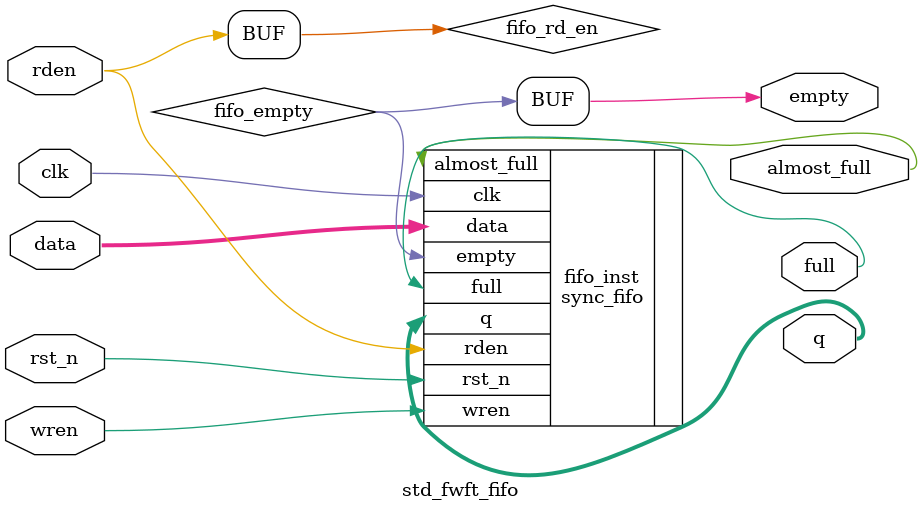
<source format=v>



`timescale 1ns / 1ps
//////////////////////////////////////////////////////////////////////////////////
//                                                                              //
//  Author: myj   myj@alinx.com                                                 //
//          ALINX(shanghai) Technology Co.,Ltd                                  //
//     WEB: http://www.alinx.cn/                                                //
//                                                                              //
//////////////////////////////////////////////////////////////////////////////////
//                                                                              //
// Copyright (c) 2019,ALINX(shanghai) Technology Co.,Ltd                        //
//                    All rights reserved                                       //
//                                                                              //
// This source file may be used and distributed without restriction provided    //
// that this copyright statement is not removed from the file and that any      //
// derivative work contains the original copyright notice and the associated    //
// disclaimer.                                                                  //
//                                                                              //
//////////////////////////////////////////////////////////////////////////////////

//================================================================================
//   Description:  standard and fwft fifo module
//
//================================================================================
//  Revision History:
//  Date          By            Revision    Change Description
//--------------------------------------------------------------------------------
//  2019/8/27     myj          1.0         Original
//********************************************************************************/
module std_fwft_fifo
#(
  parameter WIDTH = 8 ,			//This is width
  parameter DEPTH = 8 ,   		//This is depth
  parameter FIFO_TYPE = "std"   //std or fwft
)
(
  input                  	clk ,
  input                  	rst_n,
  input                  	wren,
  input                  	rden,
  input   [WIDTH-1:0] 		data,
  output  [WIDTH-1:0] 		q,
  output              		full,
  output              		empty,
  output					almost_full
) ;

wire   	fifo_rd_en	;
wire 	fifo_empty 	;
reg 	dout_valid 	;
/* Generate fwft or standard fifo controller */
generate
	if (FIFO_TYPE == "fwft")
	begin : fwft_mode
		assign fifo_rd_en = !fifo_empty && (!dout_valid || rden);
		assign empty = !dout_valid;
		
		always @(posedge clk)
		if (~rst_n)
			dout_valid <= 0;
		else
			begin
				if (fifo_rd_en)
					dout_valid <= 1;
				else if (rden)
					dout_valid <= 0;
			end 
	end
	else
	begin
		assign fifo_rd_en = rden ;
		assign empty = fifo_empty ;
	end
endgenerate

/* Instantiate basic synchronous fifo */
sync_fifo
#(
  .WIDTH(WIDTH) ,
  .DEPTH(DEPTH) 
)
fifo_inst
(
  .clk 				(clk 	),
  .rst_n			(rst_n	),
  .wren				(wren	),
  .rden				(fifo_rd_en	),
  .data				(data	),
  .q				(q		),
  .full				(full	),
  .empty			(fifo_empty	),
  .almost_full  	(almost_full)  
) ;

endmodule




// IP Decryptor end


</source>
